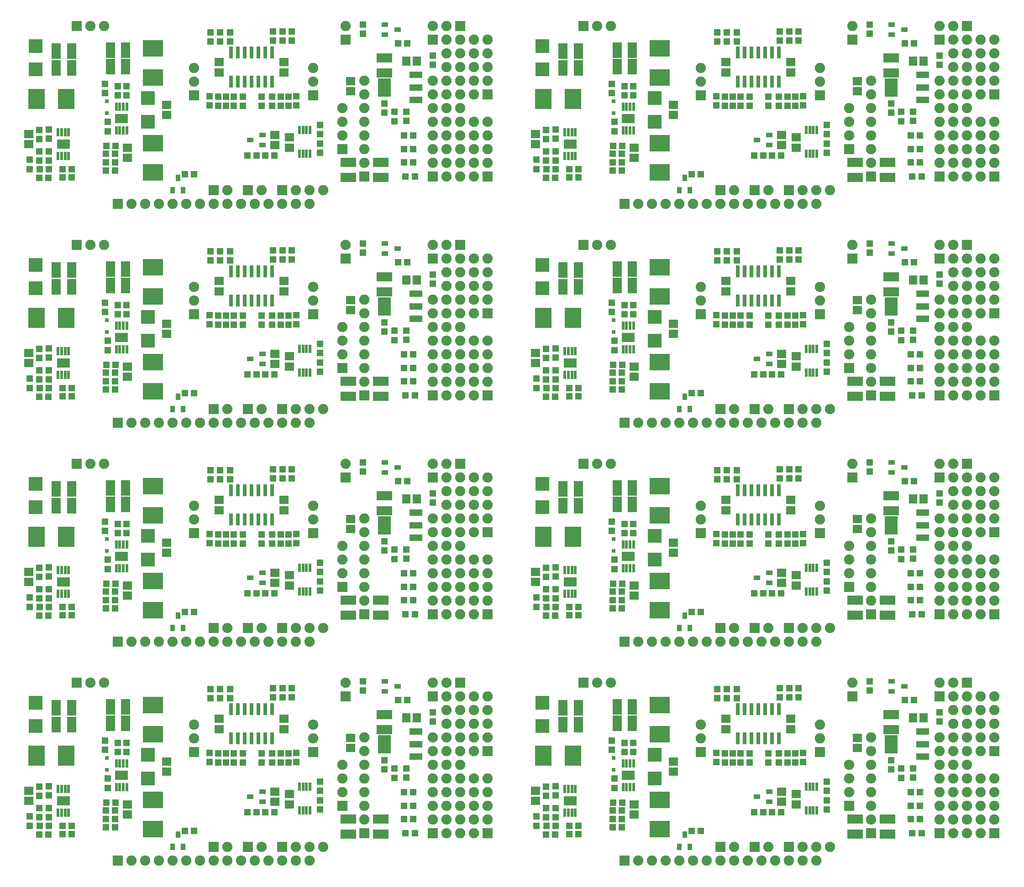
<source format=gbr>
G04 DipTrace 2.4.0.2*
%INTopMask.gbr*%
%MOIN*%
%ADD46R,0.0316X0.0867*%
%ADD48R,0.0926X0.136*%
%ADD50R,0.0926X0.0454*%
%ADD52R,0.0946X0.0671*%
%ADD54R,0.0237X0.0631*%
%ADD56R,0.0336X0.0493*%
%ADD58R,0.0493X0.0336*%
%ADD60R,0.1458X0.1241*%
%ADD62R,0.1241X0.1458*%
%ADD64C,0.0749*%
%ADD66R,0.0749X0.0749*%
%ADD68R,0.0316X0.0316*%
%ADD70R,0.1025X0.1025*%
%ADD72R,0.1143X0.071*%
%ADD74R,0.0592X0.0671*%
%ADD76R,0.0513X0.0474*%
%ADD78R,0.071X0.1143*%
%ADD80R,0.0474X0.0513*%
%ADD82R,0.0671X0.0592*%
%FSLAX44Y44*%
G04*
G70*
G90*
G75*
G01*
%LNTopMask*%
%LPD*%
D82*
X5441Y10066D3*
Y9318D3*
D80*
X6878Y10378D3*
Y9709D3*
D78*
X7441Y14879D3*
X8543D3*
X7441Y16128D3*
X8543D3*
D76*
X8566Y6878D3*
X7897D3*
D80*
X6191Y8110D3*
Y8779D3*
X6878Y8128D3*
Y8797D3*
D82*
X12628Y9065D3*
Y8317D3*
D80*
X11940Y12878D3*
Y13547D3*
D82*
X15504Y11441D3*
Y12189D3*
D78*
X11379Y15004D3*
X12481D3*
X11379Y16191D3*
X12481D3*
D76*
X11065Y7378D3*
X11734D3*
X11754Y9191D3*
X11085D3*
D74*
X33752Y15377D3*
X33003D3*
D72*
X31377Y14513D3*
Y15615D3*
D80*
X32127Y11672D3*
Y11002D3*
X19255Y12129D3*
Y12798D3*
D82*
X24443Y9065D3*
Y9814D3*
X23378Y9253D3*
Y10001D3*
D80*
X24380Y12129D3*
Y12798D3*
X19380Y16816D3*
Y17486D3*
X23943Y16897D3*
Y17566D3*
D82*
X19317Y14566D3*
Y15314D3*
X24067Y14566D3*
Y15314D3*
X28940Y13190D3*
Y13938D3*
D72*
X28753Y6878D3*
Y7980D3*
X31128Y6878D3*
Y7980D3*
D70*
X5941Y16504D3*
Y14772D3*
X14129Y10941D3*
Y12673D3*
D68*
X11127Y12440D3*
Y11574D3*
D66*
X36940Y17940D3*
D64*
X35940D3*
X36940Y16940D3*
X35940D3*
X36940Y15940D3*
X35940D3*
X36940Y14940D3*
X35940D3*
X36940Y13940D3*
X35940D3*
X36940Y12940D3*
X35940D3*
X36940Y11940D3*
X35940D3*
X36940Y10940D3*
X35940D3*
X36940Y9940D3*
X35940D3*
X36940Y8940D3*
X35940D3*
X36940Y7940D3*
X35940D3*
X36940Y6940D3*
X35940D3*
D66*
X21440Y5940D3*
D64*
X22440D3*
D66*
X38940Y6940D3*
D64*
X37940D3*
X38940Y7940D3*
X37940D3*
X38940Y8940D3*
X37940D3*
X38940Y9940D3*
X37940D3*
X38940Y10940D3*
X37940D3*
D66*
X38940Y12940D3*
D64*
X37940D3*
X38940Y13940D3*
X37940D3*
X38940Y14940D3*
X37940D3*
X38940Y15940D3*
X37940D3*
X38940Y16940D3*
X37940D3*
D66*
X8940Y17940D3*
D64*
X9940D3*
X10940D3*
D66*
X17504Y12878D3*
D64*
Y13878D3*
Y14878D3*
D66*
X26192Y12879D3*
D64*
Y13879D3*
Y14879D3*
D66*
X34940Y16940D3*
D64*
Y17940D3*
D66*
X28565Y16940D3*
D64*
Y17940D3*
D66*
X28318Y8941D3*
D64*
Y9941D3*
Y10941D3*
Y11941D3*
D66*
X34940Y6940D3*
D64*
Y7940D3*
Y8940D3*
Y9940D3*
Y10940D3*
Y11940D3*
Y12940D3*
Y13940D3*
D66*
X29940Y6940D3*
D64*
Y7940D3*
Y8940D3*
Y9940D3*
Y10940D3*
Y11940D3*
Y12940D3*
Y13940D3*
D66*
X18940Y5940D3*
D64*
X19940D3*
D66*
X23940D3*
D64*
X24940D3*
X25940D3*
X26940D3*
D66*
X11940Y4940D3*
D64*
X12940D3*
X13940D3*
X14940D3*
X15940D3*
X16940D3*
X17940D3*
X18940D3*
X19940D3*
X20940D3*
X21940D3*
X22940D3*
X23940D3*
X24940D3*
X25940D3*
D62*
X6003Y12628D3*
X8149D3*
D60*
X14504Y7253D3*
Y9399D3*
Y14191D3*
Y16336D3*
D58*
X31440Y18065D3*
Y17317D3*
X32346Y17691D3*
D56*
X15940Y5940D3*
X16688D3*
X16314Y6846D3*
D76*
X8566Y7503D3*
X7897D3*
X6191Y6860D3*
X6860D3*
X6878Y7485D3*
X6209D3*
D80*
X6191Y9690D3*
Y10360D3*
X12565Y13565D3*
Y12896D3*
X11190Y10940D3*
Y10271D3*
D76*
X11065Y8628D3*
X11734D3*
D80*
X31377Y11628D3*
Y12297D3*
X33002Y11021D3*
Y11690D3*
X29815Y18065D3*
Y17396D3*
D76*
X32378Y16690D3*
X33047D3*
D80*
X34940Y15127D3*
Y15797D3*
D76*
X22065Y8502D3*
X21396D3*
X22690D3*
X23359D3*
D80*
X26693Y10066D3*
Y10735D3*
Y8690D3*
Y9360D3*
X20380Y12129D3*
Y12798D3*
X19817Y12129D3*
Y12798D3*
X18630Y12816D3*
Y12147D3*
X23192Y12129D3*
Y12798D3*
X23817Y12129D3*
Y12798D3*
X24942Y12816D3*
Y12147D3*
X20130Y17504D3*
Y16835D3*
X18692Y16816D3*
Y17486D3*
X23255Y17548D3*
Y16879D3*
X24630D3*
Y17548D3*
D76*
X17503Y7128D3*
X16833D3*
X32940Y6940D3*
X33609D3*
D80*
X21065Y12127D3*
Y12797D3*
X22440Y12127D3*
Y12797D3*
X11003Y13065D3*
Y13734D3*
X5503Y7502D3*
Y8172D3*
D76*
X11065Y8003D3*
X11734D3*
X33503D3*
X32833D3*
X33503Y8940D3*
X32833D3*
X33503Y9940D3*
X32833D3*
D54*
X7566Y8440D3*
X7822D3*
X8078D3*
X8334D3*
Y10173D3*
X8078D3*
X7822D3*
X7566D3*
D52*
X7950Y9307D3*
D54*
X11816Y10316D3*
X12072D3*
X12328D3*
X12584D3*
Y12048D3*
X12328D3*
X12072D3*
X11816D3*
D52*
X12200Y11182D3*
D50*
X33690Y12565D3*
Y13471D3*
Y14376D3*
D48*
X31407Y13471D3*
D54*
X25193Y8628D3*
X25449D3*
X25705D3*
X25960D3*
Y10360D3*
X25705D3*
X25449D3*
X25193D3*
D58*
X22505Y9253D3*
Y10001D3*
X21599Y9627D3*
D46*
X20192Y13879D3*
X20692D3*
X21192D3*
X21692D3*
X22192D3*
X22692D3*
X23192D3*
Y16005D3*
X22692D3*
X22192D3*
X21692D3*
X21192D3*
X20692D3*
X20192D3*
D82*
X42441Y10066D3*
Y9318D3*
D80*
X43878Y10378D3*
Y9709D3*
D78*
X44441Y14879D3*
X45543D3*
X44441Y16128D3*
X45543D3*
D76*
X45566Y6878D3*
X44897D3*
D80*
X43191Y8110D3*
Y8779D3*
X43878Y8128D3*
Y8797D3*
D82*
X49628Y9065D3*
Y8317D3*
D80*
X48940Y12878D3*
Y13547D3*
D82*
X52504Y11441D3*
Y12189D3*
D78*
X48379Y15004D3*
X49481D3*
X48379Y16191D3*
X49481D3*
D76*
X48065Y7378D3*
X48734D3*
X48754Y9191D3*
X48085D3*
D74*
X70752Y15377D3*
X70003D3*
D72*
X68377Y14513D3*
Y15615D3*
D80*
X69127Y11672D3*
Y11002D3*
X56255Y12129D3*
Y12798D3*
D82*
X61443Y9065D3*
Y9814D3*
X60378Y9253D3*
Y10001D3*
D80*
X61380Y12129D3*
Y12798D3*
X56380Y16816D3*
Y17486D3*
X60943Y16897D3*
Y17566D3*
D82*
X56317Y14566D3*
Y15314D3*
X61067Y14566D3*
Y15314D3*
X65940Y13190D3*
Y13938D3*
D72*
X65753Y6878D3*
Y7980D3*
X68128Y6878D3*
Y7980D3*
D70*
X42941Y16504D3*
Y14772D3*
X51129Y10941D3*
Y12673D3*
D68*
X48127Y12440D3*
Y11574D3*
D66*
X73940Y17940D3*
D64*
X72940D3*
X73940Y16940D3*
X72940D3*
X73940Y15940D3*
X72940D3*
X73940Y14940D3*
X72940D3*
X73940Y13940D3*
X72940D3*
X73940Y12940D3*
X72940D3*
X73940Y11940D3*
X72940D3*
X73940Y10940D3*
X72940D3*
X73940Y9940D3*
X72940D3*
X73940Y8940D3*
X72940D3*
X73940Y7940D3*
X72940D3*
X73940Y6940D3*
X72940D3*
D66*
X58440Y5940D3*
D64*
X59440D3*
D66*
X75940Y6940D3*
D64*
X74940D3*
X75940Y7940D3*
X74940D3*
X75940Y8940D3*
X74940D3*
X75940Y9940D3*
X74940D3*
X75940Y10940D3*
X74940D3*
D66*
X75940Y12940D3*
D64*
X74940D3*
X75940Y13940D3*
X74940D3*
X75940Y14940D3*
X74940D3*
X75940Y15940D3*
X74940D3*
X75940Y16940D3*
X74940D3*
D66*
X45940Y17940D3*
D64*
X46940D3*
X47940D3*
D66*
X54504Y12878D3*
D64*
Y13878D3*
Y14878D3*
D66*
X63192Y12879D3*
D64*
Y13879D3*
Y14879D3*
D66*
X71940Y16940D3*
D64*
Y17940D3*
D66*
X65565Y16940D3*
D64*
Y17940D3*
D66*
X65318Y8941D3*
D64*
Y9941D3*
Y10941D3*
Y11941D3*
D66*
X71940Y6940D3*
D64*
Y7940D3*
Y8940D3*
Y9940D3*
Y10940D3*
Y11940D3*
Y12940D3*
Y13940D3*
D66*
X66940Y6940D3*
D64*
Y7940D3*
Y8940D3*
Y9940D3*
Y10940D3*
Y11940D3*
Y12940D3*
Y13940D3*
D66*
X55940Y5940D3*
D64*
X56940D3*
D66*
X60940D3*
D64*
X61940D3*
X62940D3*
X63940D3*
D66*
X48940Y4940D3*
D64*
X49940D3*
X50940D3*
X51940D3*
X52940D3*
X53940D3*
X54940D3*
X55940D3*
X56940D3*
X57940D3*
X58940D3*
X59940D3*
X60940D3*
X61940D3*
X62940D3*
D62*
X43003Y12628D3*
X45149D3*
D60*
X51504Y7253D3*
Y9399D3*
Y14191D3*
Y16336D3*
D58*
X68440Y18065D3*
Y17317D3*
X69346Y17691D3*
D56*
X52940Y5940D3*
X53688D3*
X53314Y6846D3*
D76*
X45566Y7503D3*
X44897D3*
X43191Y6860D3*
X43860D3*
X43878Y7485D3*
X43209D3*
D80*
X43191Y9690D3*
Y10360D3*
X49565Y13565D3*
Y12896D3*
X48190Y10940D3*
Y10271D3*
D76*
X48065Y8628D3*
X48734D3*
D80*
X68377Y11628D3*
Y12297D3*
X70002Y11021D3*
Y11690D3*
X66815Y18065D3*
Y17396D3*
D76*
X69378Y16690D3*
X70047D3*
D80*
X71940Y15127D3*
Y15797D3*
D76*
X59065Y8502D3*
X58396D3*
X59690D3*
X60359D3*
D80*
X63693Y10066D3*
Y10735D3*
Y8690D3*
Y9360D3*
X57380Y12129D3*
Y12798D3*
X56817Y12129D3*
Y12798D3*
X55630Y12816D3*
Y12147D3*
X60192Y12129D3*
Y12798D3*
X60817Y12129D3*
Y12798D3*
X61942Y12816D3*
Y12147D3*
X57130Y17504D3*
Y16835D3*
X55692Y16816D3*
Y17486D3*
X60255Y17548D3*
Y16879D3*
X61630D3*
Y17548D3*
D76*
X54503Y7128D3*
X53833D3*
X69940Y6940D3*
X70609D3*
D80*
X58065Y12127D3*
Y12797D3*
X59440Y12127D3*
Y12797D3*
X48003Y13065D3*
Y13734D3*
X42503Y7502D3*
Y8172D3*
D76*
X48065Y8003D3*
X48734D3*
X70503D3*
X69833D3*
X70503Y8940D3*
X69833D3*
X70503Y9940D3*
X69833D3*
D54*
X44566Y8440D3*
X44822D3*
X45078D3*
X45334D3*
Y10173D3*
X45078D3*
X44822D3*
X44566D3*
D52*
X44950Y9307D3*
D54*
X48816Y10316D3*
X49072D3*
X49328D3*
X49584D3*
Y12048D3*
X49328D3*
X49072D3*
X48816D3*
D52*
X49200Y11182D3*
D50*
X70690Y12565D3*
Y13471D3*
Y14376D3*
D48*
X68407Y13471D3*
D54*
X62193Y8628D3*
X62449D3*
X62705D3*
X62960D3*
Y10360D3*
X62705D3*
X62449D3*
X62193D3*
D58*
X59505Y9253D3*
Y10001D3*
X58599Y9627D3*
D46*
X57192Y13879D3*
X57692D3*
X58192D3*
X58692D3*
X59192D3*
X59692D3*
X60192D3*
Y16005D3*
X59692D3*
X59192D3*
X58692D3*
X58192D3*
X57692D3*
X57192D3*
D82*
X5441Y26066D3*
Y25318D3*
D80*
X6878Y26378D3*
Y25709D3*
D78*
X7441Y30879D3*
X8543D3*
X7441Y32128D3*
X8543D3*
D76*
X8566Y22878D3*
X7897D3*
D80*
X6191Y24110D3*
Y24779D3*
X6878Y24128D3*
Y24797D3*
D82*
X12628Y25065D3*
Y24317D3*
D80*
X11940Y28878D3*
Y29547D3*
D82*
X15504Y27441D3*
Y28189D3*
D78*
X11379Y31004D3*
X12481D3*
X11379Y32191D3*
X12481D3*
D76*
X11065Y23378D3*
X11734D3*
X11754Y25191D3*
X11085D3*
D74*
X33752Y31377D3*
X33003D3*
D72*
X31377Y30513D3*
Y31615D3*
D80*
X32127Y27672D3*
Y27002D3*
X19255Y28129D3*
Y28798D3*
D82*
X24443Y25065D3*
Y25814D3*
X23378Y25253D3*
Y26001D3*
D80*
X24380Y28129D3*
Y28798D3*
X19380Y32816D3*
Y33486D3*
X23943Y32897D3*
Y33566D3*
D82*
X19317Y30566D3*
Y31314D3*
X24067Y30566D3*
Y31314D3*
X28940Y29190D3*
Y29938D3*
D72*
X28753Y22878D3*
Y23980D3*
X31128Y22878D3*
Y23980D3*
D70*
X5941Y32504D3*
Y30772D3*
X14129Y26941D3*
Y28673D3*
D68*
X11127Y28440D3*
Y27574D3*
D66*
X36940Y33940D3*
D64*
X35940D3*
X36940Y32940D3*
X35940D3*
X36940Y31940D3*
X35940D3*
X36940Y30940D3*
X35940D3*
X36940Y29940D3*
X35940D3*
X36940Y28940D3*
X35940D3*
X36940Y27940D3*
X35940D3*
X36940Y26940D3*
X35940D3*
X36940Y25940D3*
X35940D3*
X36940Y24940D3*
X35940D3*
X36940Y23940D3*
X35940D3*
X36940Y22940D3*
X35940D3*
D66*
X21440Y21940D3*
D64*
X22440D3*
D66*
X38940Y22940D3*
D64*
X37940D3*
X38940Y23940D3*
X37940D3*
X38940Y24940D3*
X37940D3*
X38940Y25940D3*
X37940D3*
X38940Y26940D3*
X37940D3*
D66*
X38940Y28940D3*
D64*
X37940D3*
X38940Y29940D3*
X37940D3*
X38940Y30940D3*
X37940D3*
X38940Y31940D3*
X37940D3*
X38940Y32940D3*
X37940D3*
D66*
X8940Y33940D3*
D64*
X9940D3*
X10940D3*
D66*
X17504Y28878D3*
D64*
Y29878D3*
Y30878D3*
D66*
X26192Y28879D3*
D64*
Y29879D3*
Y30879D3*
D66*
X34940Y32940D3*
D64*
Y33940D3*
D66*
X28565Y32940D3*
D64*
Y33940D3*
D66*
X28318Y24941D3*
D64*
Y25941D3*
Y26941D3*
Y27941D3*
D66*
X34940Y22940D3*
D64*
Y23940D3*
Y24940D3*
Y25940D3*
Y26940D3*
Y27940D3*
Y28940D3*
Y29940D3*
D66*
X29940Y22940D3*
D64*
Y23940D3*
Y24940D3*
Y25940D3*
Y26940D3*
Y27940D3*
Y28940D3*
Y29940D3*
D66*
X18940Y21940D3*
D64*
X19940D3*
D66*
X23940D3*
D64*
X24940D3*
X25940D3*
X26940D3*
D66*
X11940Y20940D3*
D64*
X12940D3*
X13940D3*
X14940D3*
X15940D3*
X16940D3*
X17940D3*
X18940D3*
X19940D3*
X20940D3*
X21940D3*
X22940D3*
X23940D3*
X24940D3*
X25940D3*
D62*
X6003Y28628D3*
X8149D3*
D60*
X14504Y23253D3*
Y25399D3*
Y30191D3*
Y32336D3*
D58*
X31440Y34065D3*
Y33317D3*
X32346Y33691D3*
D56*
X15940Y21940D3*
X16688D3*
X16314Y22846D3*
D76*
X8566Y23503D3*
X7897D3*
X6191Y22860D3*
X6860D3*
X6878Y23485D3*
X6209D3*
D80*
X6191Y25690D3*
Y26360D3*
X12565Y29565D3*
Y28896D3*
X11190Y26940D3*
Y26271D3*
D76*
X11065Y24628D3*
X11734D3*
D80*
X31377Y27628D3*
Y28297D3*
X33002Y27021D3*
Y27690D3*
X29815Y34065D3*
Y33396D3*
D76*
X32378Y32690D3*
X33047D3*
D80*
X34940Y31127D3*
Y31797D3*
D76*
X22065Y24502D3*
X21396D3*
X22690D3*
X23359D3*
D80*
X26693Y26066D3*
Y26735D3*
Y24690D3*
Y25360D3*
X20380Y28129D3*
Y28798D3*
X19817Y28129D3*
Y28798D3*
X18630Y28816D3*
Y28147D3*
X23192Y28129D3*
Y28798D3*
X23817Y28129D3*
Y28798D3*
X24942Y28816D3*
Y28147D3*
X20130Y33504D3*
Y32835D3*
X18692Y32816D3*
Y33486D3*
X23255Y33548D3*
Y32879D3*
X24630D3*
Y33548D3*
D76*
X17503Y23128D3*
X16833D3*
X32940Y22940D3*
X33609D3*
D80*
X21065Y28127D3*
Y28797D3*
X22440Y28127D3*
Y28797D3*
X11003Y29065D3*
Y29734D3*
X5503Y23502D3*
Y24172D3*
D76*
X11065Y24003D3*
X11734D3*
X33503D3*
X32833D3*
X33503Y24940D3*
X32833D3*
X33503Y25940D3*
X32833D3*
D54*
X7566Y24440D3*
X7822D3*
X8078D3*
X8334D3*
Y26173D3*
X8078D3*
X7822D3*
X7566D3*
D52*
X7950Y25307D3*
D54*
X11816Y26316D3*
X12072D3*
X12328D3*
X12584D3*
Y28048D3*
X12328D3*
X12072D3*
X11816D3*
D52*
X12200Y27182D3*
D50*
X33690Y28565D3*
Y29471D3*
Y30376D3*
D48*
X31407Y29471D3*
D54*
X25193Y24628D3*
X25449D3*
X25705D3*
X25960D3*
Y26360D3*
X25705D3*
X25449D3*
X25193D3*
D58*
X22505Y25253D3*
Y26001D3*
X21599Y25627D3*
D46*
X20192Y29879D3*
X20692D3*
X21192D3*
X21692D3*
X22192D3*
X22692D3*
X23192D3*
Y32005D3*
X22692D3*
X22192D3*
X21692D3*
X21192D3*
X20692D3*
X20192D3*
D82*
X42441Y26066D3*
Y25318D3*
D80*
X43878Y26378D3*
Y25709D3*
D78*
X44441Y30879D3*
X45543D3*
X44441Y32128D3*
X45543D3*
D76*
X45566Y22878D3*
X44897D3*
D80*
X43191Y24110D3*
Y24779D3*
X43878Y24128D3*
Y24797D3*
D82*
X49628Y25065D3*
Y24317D3*
D80*
X48940Y28878D3*
Y29547D3*
D82*
X52504Y27441D3*
Y28189D3*
D78*
X48379Y31004D3*
X49481D3*
X48379Y32191D3*
X49481D3*
D76*
X48065Y23378D3*
X48734D3*
X48754Y25191D3*
X48085D3*
D74*
X70752Y31377D3*
X70003D3*
D72*
X68377Y30513D3*
Y31615D3*
D80*
X69127Y27672D3*
Y27002D3*
X56255Y28129D3*
Y28798D3*
D82*
X61443Y25065D3*
Y25814D3*
X60378Y25253D3*
Y26001D3*
D80*
X61380Y28129D3*
Y28798D3*
X56380Y32816D3*
Y33486D3*
X60943Y32897D3*
Y33566D3*
D82*
X56317Y30566D3*
Y31314D3*
X61067Y30566D3*
Y31314D3*
X65940Y29190D3*
Y29938D3*
D72*
X65753Y22878D3*
Y23980D3*
X68128Y22878D3*
Y23980D3*
D70*
X42941Y32504D3*
Y30772D3*
X51129Y26941D3*
Y28673D3*
D68*
X48127Y28440D3*
Y27574D3*
D66*
X73940Y33940D3*
D64*
X72940D3*
X73940Y32940D3*
X72940D3*
X73940Y31940D3*
X72940D3*
X73940Y30940D3*
X72940D3*
X73940Y29940D3*
X72940D3*
X73940Y28940D3*
X72940D3*
X73940Y27940D3*
X72940D3*
X73940Y26940D3*
X72940D3*
X73940Y25940D3*
X72940D3*
X73940Y24940D3*
X72940D3*
X73940Y23940D3*
X72940D3*
X73940Y22940D3*
X72940D3*
D66*
X58440Y21940D3*
D64*
X59440D3*
D66*
X75940Y22940D3*
D64*
X74940D3*
X75940Y23940D3*
X74940D3*
X75940Y24940D3*
X74940D3*
X75940Y25940D3*
X74940D3*
X75940Y26940D3*
X74940D3*
D66*
X75940Y28940D3*
D64*
X74940D3*
X75940Y29940D3*
X74940D3*
X75940Y30940D3*
X74940D3*
X75940Y31940D3*
X74940D3*
X75940Y32940D3*
X74940D3*
D66*
X45940Y33940D3*
D64*
X46940D3*
X47940D3*
D66*
X54504Y28878D3*
D64*
Y29878D3*
Y30878D3*
D66*
X63192Y28879D3*
D64*
Y29879D3*
Y30879D3*
D66*
X71940Y32940D3*
D64*
Y33940D3*
D66*
X65565Y32940D3*
D64*
Y33940D3*
D66*
X65318Y24941D3*
D64*
Y25941D3*
Y26941D3*
Y27941D3*
D66*
X71940Y22940D3*
D64*
Y23940D3*
Y24940D3*
Y25940D3*
Y26940D3*
Y27940D3*
Y28940D3*
Y29940D3*
D66*
X66940Y22940D3*
D64*
Y23940D3*
Y24940D3*
Y25940D3*
Y26940D3*
Y27940D3*
Y28940D3*
Y29940D3*
D66*
X55940Y21940D3*
D64*
X56940D3*
D66*
X60940D3*
D64*
X61940D3*
X62940D3*
X63940D3*
D66*
X48940Y20940D3*
D64*
X49940D3*
X50940D3*
X51940D3*
X52940D3*
X53940D3*
X54940D3*
X55940D3*
X56940D3*
X57940D3*
X58940D3*
X59940D3*
X60940D3*
X61940D3*
X62940D3*
D62*
X43003Y28628D3*
X45149D3*
D60*
X51504Y23253D3*
Y25399D3*
Y30191D3*
Y32336D3*
D58*
X68440Y34065D3*
Y33317D3*
X69346Y33691D3*
D56*
X52940Y21940D3*
X53688D3*
X53314Y22846D3*
D76*
X45566Y23503D3*
X44897D3*
X43191Y22860D3*
X43860D3*
X43878Y23485D3*
X43209D3*
D80*
X43191Y25690D3*
Y26360D3*
X49565Y29565D3*
Y28896D3*
X48190Y26940D3*
Y26271D3*
D76*
X48065Y24628D3*
X48734D3*
D80*
X68377Y27628D3*
Y28297D3*
X70002Y27021D3*
Y27690D3*
X66815Y34065D3*
Y33396D3*
D76*
X69378Y32690D3*
X70047D3*
D80*
X71940Y31127D3*
Y31797D3*
D76*
X59065Y24502D3*
X58396D3*
X59690D3*
X60359D3*
D80*
X63693Y26066D3*
Y26735D3*
Y24690D3*
Y25360D3*
X57380Y28129D3*
Y28798D3*
X56817Y28129D3*
Y28798D3*
X55630Y28816D3*
Y28147D3*
X60192Y28129D3*
Y28798D3*
X60817Y28129D3*
Y28798D3*
X61942Y28816D3*
Y28147D3*
X57130Y33504D3*
Y32835D3*
X55692Y32816D3*
Y33486D3*
X60255Y33548D3*
Y32879D3*
X61630D3*
Y33548D3*
D76*
X54503Y23128D3*
X53833D3*
X69940Y22940D3*
X70609D3*
D80*
X58065Y28127D3*
Y28797D3*
X59440Y28127D3*
Y28797D3*
X48003Y29065D3*
Y29734D3*
X42503Y23502D3*
Y24172D3*
D76*
X48065Y24003D3*
X48734D3*
X70503D3*
X69833D3*
X70503Y24940D3*
X69833D3*
X70503Y25940D3*
X69833D3*
D54*
X44566Y24440D3*
X44822D3*
X45078D3*
X45334D3*
Y26173D3*
X45078D3*
X44822D3*
X44566D3*
D52*
X44950Y25307D3*
D54*
X48816Y26316D3*
X49072D3*
X49328D3*
X49584D3*
Y28048D3*
X49328D3*
X49072D3*
X48816D3*
D52*
X49200Y27182D3*
D50*
X70690Y28565D3*
Y29471D3*
Y30376D3*
D48*
X68407Y29471D3*
D54*
X62193Y24628D3*
X62449D3*
X62705D3*
X62960D3*
Y26360D3*
X62705D3*
X62449D3*
X62193D3*
D58*
X59505Y25253D3*
Y26001D3*
X58599Y25627D3*
D46*
X57192Y29879D3*
X57692D3*
X58192D3*
X58692D3*
X59192D3*
X59692D3*
X60192D3*
Y32005D3*
X59692D3*
X59192D3*
X58692D3*
X58192D3*
X57692D3*
X57192D3*
D82*
X5441Y42066D3*
Y41318D3*
D80*
X6878Y42378D3*
Y41709D3*
D78*
X7441Y46879D3*
X8543D3*
X7441Y48128D3*
X8543D3*
D76*
X8566Y38878D3*
X7897D3*
D80*
X6191Y40110D3*
Y40779D3*
X6878Y40128D3*
Y40797D3*
D82*
X12628Y41065D3*
Y40317D3*
D80*
X11940Y44878D3*
Y45547D3*
D82*
X15504Y43441D3*
Y44189D3*
D78*
X11379Y47004D3*
X12481D3*
X11379Y48191D3*
X12481D3*
D76*
X11065Y39378D3*
X11734D3*
X11754Y41191D3*
X11085D3*
D74*
X33752Y47377D3*
X33003D3*
D72*
X31377Y46513D3*
Y47615D3*
D80*
X32127Y43672D3*
Y43002D3*
X19255Y44129D3*
Y44798D3*
D82*
X24443Y41065D3*
Y41814D3*
X23378Y41253D3*
Y42001D3*
D80*
X24380Y44129D3*
Y44798D3*
X19380Y48816D3*
Y49486D3*
X23943Y48897D3*
Y49566D3*
D82*
X19317Y46566D3*
Y47314D3*
X24067Y46566D3*
Y47314D3*
X28940Y45190D3*
Y45938D3*
D72*
X28753Y38878D3*
Y39980D3*
X31128Y38878D3*
Y39980D3*
D70*
X5941Y48504D3*
Y46772D3*
X14129Y42941D3*
Y44673D3*
D68*
X11127Y44440D3*
Y43574D3*
D66*
X36940Y49940D3*
D64*
X35940D3*
X36940Y48940D3*
X35940D3*
X36940Y47940D3*
X35940D3*
X36940Y46940D3*
X35940D3*
X36940Y45940D3*
X35940D3*
X36940Y44940D3*
X35940D3*
X36940Y43940D3*
X35940D3*
X36940Y42940D3*
X35940D3*
X36940Y41940D3*
X35940D3*
X36940Y40940D3*
X35940D3*
X36940Y39940D3*
X35940D3*
X36940Y38940D3*
X35940D3*
D66*
X21440Y37940D3*
D64*
X22440D3*
D66*
X38940Y38940D3*
D64*
X37940D3*
X38940Y39940D3*
X37940D3*
X38940Y40940D3*
X37940D3*
X38940Y41940D3*
X37940D3*
X38940Y42940D3*
X37940D3*
D66*
X38940Y44940D3*
D64*
X37940D3*
X38940Y45940D3*
X37940D3*
X38940Y46940D3*
X37940D3*
X38940Y47940D3*
X37940D3*
X38940Y48940D3*
X37940D3*
D66*
X8940Y49940D3*
D64*
X9940D3*
X10940D3*
D66*
X17504Y44878D3*
D64*
Y45878D3*
Y46878D3*
D66*
X26192Y44879D3*
D64*
Y45879D3*
Y46879D3*
D66*
X34940Y48940D3*
D64*
Y49940D3*
D66*
X28565Y48940D3*
D64*
Y49940D3*
D66*
X28318Y40941D3*
D64*
Y41941D3*
Y42941D3*
Y43941D3*
D66*
X34940Y38940D3*
D64*
Y39940D3*
Y40940D3*
Y41940D3*
Y42940D3*
Y43940D3*
Y44940D3*
Y45940D3*
D66*
X29940Y38940D3*
D64*
Y39940D3*
Y40940D3*
Y41940D3*
Y42940D3*
Y43940D3*
Y44940D3*
Y45940D3*
D66*
X18940Y37940D3*
D64*
X19940D3*
D66*
X23940D3*
D64*
X24940D3*
X25940D3*
X26940D3*
D66*
X11940Y36940D3*
D64*
X12940D3*
X13940D3*
X14940D3*
X15940D3*
X16940D3*
X17940D3*
X18940D3*
X19940D3*
X20940D3*
X21940D3*
X22940D3*
X23940D3*
X24940D3*
X25940D3*
D62*
X6003Y44628D3*
X8149D3*
D60*
X14504Y39253D3*
Y41399D3*
Y46191D3*
Y48336D3*
D58*
X31440Y50065D3*
Y49317D3*
X32346Y49691D3*
D56*
X15940Y37940D3*
X16688D3*
X16314Y38846D3*
D76*
X8566Y39503D3*
X7897D3*
X6191Y38860D3*
X6860D3*
X6878Y39485D3*
X6209D3*
D80*
X6191Y41690D3*
Y42360D3*
X12565Y45565D3*
Y44896D3*
X11190Y42940D3*
Y42271D3*
D76*
X11065Y40628D3*
X11734D3*
D80*
X31377Y43628D3*
Y44297D3*
X33002Y43021D3*
Y43690D3*
X29815Y50065D3*
Y49396D3*
D76*
X32378Y48690D3*
X33047D3*
D80*
X34940Y47127D3*
Y47797D3*
D76*
X22065Y40502D3*
X21396D3*
X22690D3*
X23359D3*
D80*
X26693Y42066D3*
Y42735D3*
Y40690D3*
Y41360D3*
X20380Y44129D3*
Y44798D3*
X19817Y44129D3*
Y44798D3*
X18630Y44816D3*
Y44147D3*
X23192Y44129D3*
Y44798D3*
X23817Y44129D3*
Y44798D3*
X24942Y44816D3*
Y44147D3*
X20130Y49504D3*
Y48835D3*
X18692Y48816D3*
Y49486D3*
X23255Y49548D3*
Y48879D3*
X24630D3*
Y49548D3*
D76*
X17503Y39128D3*
X16833D3*
X32940Y38940D3*
X33609D3*
D80*
X21065Y44127D3*
Y44797D3*
X22440Y44127D3*
Y44797D3*
X11003Y45065D3*
Y45734D3*
X5503Y39502D3*
Y40172D3*
D76*
X11065Y40003D3*
X11734D3*
X33503D3*
X32833D3*
X33503Y40940D3*
X32833D3*
X33503Y41940D3*
X32833D3*
D54*
X7566Y40440D3*
X7822D3*
X8078D3*
X8334D3*
Y42173D3*
X8078D3*
X7822D3*
X7566D3*
D52*
X7950Y41307D3*
D54*
X11816Y42316D3*
X12072D3*
X12328D3*
X12584D3*
Y44048D3*
X12328D3*
X12072D3*
X11816D3*
D52*
X12200Y43182D3*
D50*
X33690Y44565D3*
Y45471D3*
Y46376D3*
D48*
X31407Y45471D3*
D54*
X25193Y40628D3*
X25449D3*
X25705D3*
X25960D3*
Y42360D3*
X25705D3*
X25449D3*
X25193D3*
D58*
X22505Y41253D3*
Y42001D3*
X21599Y41627D3*
D46*
X20192Y45879D3*
X20692D3*
X21192D3*
X21692D3*
X22192D3*
X22692D3*
X23192D3*
Y48005D3*
X22692D3*
X22192D3*
X21692D3*
X21192D3*
X20692D3*
X20192D3*
D82*
X42441Y42066D3*
Y41318D3*
D80*
X43878Y42378D3*
Y41709D3*
D78*
X44441Y46879D3*
X45543D3*
X44441Y48128D3*
X45543D3*
D76*
X45566Y38878D3*
X44897D3*
D80*
X43191Y40110D3*
Y40779D3*
X43878Y40128D3*
Y40797D3*
D82*
X49628Y41065D3*
Y40317D3*
D80*
X48940Y44878D3*
Y45547D3*
D82*
X52504Y43441D3*
Y44189D3*
D78*
X48379Y47004D3*
X49481D3*
X48379Y48191D3*
X49481D3*
D76*
X48065Y39378D3*
X48734D3*
X48754Y41191D3*
X48085D3*
D74*
X70752Y47377D3*
X70003D3*
D72*
X68377Y46513D3*
Y47615D3*
D80*
X69127Y43672D3*
Y43002D3*
X56255Y44129D3*
Y44798D3*
D82*
X61443Y41065D3*
Y41814D3*
X60378Y41253D3*
Y42001D3*
D80*
X61380Y44129D3*
Y44798D3*
X56380Y48816D3*
Y49486D3*
X60943Y48897D3*
Y49566D3*
D82*
X56317Y46566D3*
Y47314D3*
X61067Y46566D3*
Y47314D3*
X65940Y45190D3*
Y45938D3*
D72*
X65753Y38878D3*
Y39980D3*
X68128Y38878D3*
Y39980D3*
D70*
X42941Y48504D3*
Y46772D3*
X51129Y42941D3*
Y44673D3*
D68*
X48127Y44440D3*
Y43574D3*
D66*
X73940Y49940D3*
D64*
X72940D3*
X73940Y48940D3*
X72940D3*
X73940Y47940D3*
X72940D3*
X73940Y46940D3*
X72940D3*
X73940Y45940D3*
X72940D3*
X73940Y44940D3*
X72940D3*
X73940Y43940D3*
X72940D3*
X73940Y42940D3*
X72940D3*
X73940Y41940D3*
X72940D3*
X73940Y40940D3*
X72940D3*
X73940Y39940D3*
X72940D3*
X73940Y38940D3*
X72940D3*
D66*
X58440Y37940D3*
D64*
X59440D3*
D66*
X75940Y38940D3*
D64*
X74940D3*
X75940Y39940D3*
X74940D3*
X75940Y40940D3*
X74940D3*
X75940Y41940D3*
X74940D3*
X75940Y42940D3*
X74940D3*
D66*
X75940Y44940D3*
D64*
X74940D3*
X75940Y45940D3*
X74940D3*
X75940Y46940D3*
X74940D3*
X75940Y47940D3*
X74940D3*
X75940Y48940D3*
X74940D3*
D66*
X45940Y49940D3*
D64*
X46940D3*
X47940D3*
D66*
X54504Y44878D3*
D64*
Y45878D3*
Y46878D3*
D66*
X63192Y44879D3*
D64*
Y45879D3*
Y46879D3*
D66*
X71940Y48940D3*
D64*
Y49940D3*
D66*
X65565Y48940D3*
D64*
Y49940D3*
D66*
X65318Y40941D3*
D64*
Y41941D3*
Y42941D3*
Y43941D3*
D66*
X71940Y38940D3*
D64*
Y39940D3*
Y40940D3*
Y41940D3*
Y42940D3*
Y43940D3*
Y44940D3*
Y45940D3*
D66*
X66940Y38940D3*
D64*
Y39940D3*
Y40940D3*
Y41940D3*
Y42940D3*
Y43940D3*
Y44940D3*
Y45940D3*
D66*
X55940Y37940D3*
D64*
X56940D3*
D66*
X60940D3*
D64*
X61940D3*
X62940D3*
X63940D3*
D66*
X48940Y36940D3*
D64*
X49940D3*
X50940D3*
X51940D3*
X52940D3*
X53940D3*
X54940D3*
X55940D3*
X56940D3*
X57940D3*
X58940D3*
X59940D3*
X60940D3*
X61940D3*
X62940D3*
D62*
X43003Y44628D3*
X45149D3*
D60*
X51504Y39253D3*
Y41399D3*
Y46191D3*
Y48336D3*
D58*
X68440Y50065D3*
Y49317D3*
X69346Y49691D3*
D56*
X52940Y37940D3*
X53688D3*
X53314Y38846D3*
D76*
X45566Y39503D3*
X44897D3*
X43191Y38860D3*
X43860D3*
X43878Y39485D3*
X43209D3*
D80*
X43191Y41690D3*
Y42360D3*
X49565Y45565D3*
Y44896D3*
X48190Y42940D3*
Y42271D3*
D76*
X48065Y40628D3*
X48734D3*
D80*
X68377Y43628D3*
Y44297D3*
X70002Y43021D3*
Y43690D3*
X66815Y50065D3*
Y49396D3*
D76*
X69378Y48690D3*
X70047D3*
D80*
X71940Y47127D3*
Y47797D3*
D76*
X59065Y40502D3*
X58396D3*
X59690D3*
X60359D3*
D80*
X63693Y42066D3*
Y42735D3*
Y40690D3*
Y41360D3*
X57380Y44129D3*
Y44798D3*
X56817Y44129D3*
Y44798D3*
X55630Y44816D3*
Y44147D3*
X60192Y44129D3*
Y44798D3*
X60817Y44129D3*
Y44798D3*
X61942Y44816D3*
Y44147D3*
X57130Y49504D3*
Y48835D3*
X55692Y48816D3*
Y49486D3*
X60255Y49548D3*
Y48879D3*
X61630D3*
Y49548D3*
D76*
X54503Y39128D3*
X53833D3*
X69940Y38940D3*
X70609D3*
D80*
X58065Y44127D3*
Y44797D3*
X59440Y44127D3*
Y44797D3*
X48003Y45065D3*
Y45734D3*
X42503Y39502D3*
Y40172D3*
D76*
X48065Y40003D3*
X48734D3*
X70503D3*
X69833D3*
X70503Y40940D3*
X69833D3*
X70503Y41940D3*
X69833D3*
D54*
X44566Y40440D3*
X44822D3*
X45078D3*
X45334D3*
Y42173D3*
X45078D3*
X44822D3*
X44566D3*
D52*
X44950Y41307D3*
D54*
X48816Y42316D3*
X49072D3*
X49328D3*
X49584D3*
Y44048D3*
X49328D3*
X49072D3*
X48816D3*
D52*
X49200Y43182D3*
D50*
X70690Y44565D3*
Y45471D3*
Y46376D3*
D48*
X68407Y45471D3*
D54*
X62193Y40628D3*
X62449D3*
X62705D3*
X62960D3*
Y42360D3*
X62705D3*
X62449D3*
X62193D3*
D58*
X59505Y41253D3*
Y42001D3*
X58599Y41627D3*
D46*
X57192Y45879D3*
X57692D3*
X58192D3*
X58692D3*
X59192D3*
X59692D3*
X60192D3*
Y48005D3*
X59692D3*
X59192D3*
X58692D3*
X58192D3*
X57692D3*
X57192D3*
D82*
X5441Y58066D3*
Y57318D3*
D80*
X6878Y58378D3*
Y57709D3*
D78*
X7441Y62879D3*
X8543D3*
X7441Y64128D3*
X8543D3*
D76*
X8566Y54878D3*
X7897D3*
D80*
X6191Y56110D3*
Y56779D3*
X6878Y56128D3*
Y56797D3*
D82*
X12628Y57065D3*
Y56317D3*
D80*
X11940Y60878D3*
Y61547D3*
D82*
X15504Y59441D3*
Y60189D3*
D78*
X11379Y63004D3*
X12481D3*
X11379Y64191D3*
X12481D3*
D76*
X11065Y55378D3*
X11734D3*
X11754Y57191D3*
X11085D3*
D74*
X33752Y63377D3*
X33003D3*
D72*
X31377Y62513D3*
Y63615D3*
D80*
X32127Y59672D3*
Y59002D3*
X19255Y60129D3*
Y60798D3*
D82*
X24443Y57065D3*
Y57814D3*
X23378Y57253D3*
Y58001D3*
D80*
X24380Y60129D3*
Y60798D3*
X19380Y64816D3*
Y65486D3*
X23943Y64897D3*
Y65566D3*
D82*
X19317Y62566D3*
Y63314D3*
X24067Y62566D3*
Y63314D3*
X28940Y61190D3*
Y61938D3*
D72*
X28753Y54878D3*
Y55980D3*
X31128Y54878D3*
Y55980D3*
D70*
X5941Y64504D3*
Y62772D3*
X14129Y58941D3*
Y60673D3*
D68*
X11127Y60440D3*
Y59574D3*
D66*
X36940Y65940D3*
D64*
X35940D3*
X36940Y64940D3*
X35940D3*
X36940Y63940D3*
X35940D3*
X36940Y62940D3*
X35940D3*
X36940Y61940D3*
X35940D3*
X36940Y60940D3*
X35940D3*
X36940Y59940D3*
X35940D3*
X36940Y58940D3*
X35940D3*
X36940Y57940D3*
X35940D3*
X36940Y56940D3*
X35940D3*
X36940Y55940D3*
X35940D3*
X36940Y54940D3*
X35940D3*
D66*
X21440Y53940D3*
D64*
X22440D3*
D66*
X38940Y54940D3*
D64*
X37940D3*
X38940Y55940D3*
X37940D3*
X38940Y56940D3*
X37940D3*
X38940Y57940D3*
X37940D3*
X38940Y58940D3*
X37940D3*
D66*
X38940Y60940D3*
D64*
X37940D3*
X38940Y61940D3*
X37940D3*
X38940Y62940D3*
X37940D3*
X38940Y63940D3*
X37940D3*
X38940Y64940D3*
X37940D3*
D66*
X8940Y65940D3*
D64*
X9940D3*
X10940D3*
D66*
X17504Y60878D3*
D64*
Y61878D3*
Y62878D3*
D66*
X26192Y60879D3*
D64*
Y61879D3*
Y62879D3*
D66*
X34940Y64940D3*
D64*
Y65940D3*
D66*
X28565Y64940D3*
D64*
Y65940D3*
D66*
X28318Y56941D3*
D64*
Y57941D3*
Y58941D3*
Y59941D3*
D66*
X34940Y54940D3*
D64*
Y55940D3*
Y56940D3*
Y57940D3*
Y58940D3*
Y59940D3*
Y60940D3*
Y61940D3*
D66*
X29940Y54940D3*
D64*
Y55940D3*
Y56940D3*
Y57940D3*
Y58940D3*
Y59940D3*
Y60940D3*
Y61940D3*
D66*
X18940Y53940D3*
D64*
X19940D3*
D66*
X23940D3*
D64*
X24940D3*
X25940D3*
X26940D3*
D66*
X11940Y52940D3*
D64*
X12940D3*
X13940D3*
X14940D3*
X15940D3*
X16940D3*
X17940D3*
X18940D3*
X19940D3*
X20940D3*
X21940D3*
X22940D3*
X23940D3*
X24940D3*
X25940D3*
D62*
X6003Y60628D3*
X8149D3*
D60*
X14504Y55253D3*
Y57399D3*
Y62191D3*
Y64336D3*
D58*
X31440Y66065D3*
Y65317D3*
X32346Y65691D3*
D56*
X15940Y53940D3*
X16688D3*
X16314Y54846D3*
D76*
X8566Y55503D3*
X7897D3*
X6191Y54860D3*
X6860D3*
X6878Y55485D3*
X6209D3*
D80*
X6191Y57690D3*
Y58360D3*
X12565Y61565D3*
Y60896D3*
X11190Y58940D3*
Y58271D3*
D76*
X11065Y56628D3*
X11734D3*
D80*
X31377Y59628D3*
Y60297D3*
X33002Y59021D3*
Y59690D3*
X29815Y66065D3*
Y65396D3*
D76*
X32378Y64690D3*
X33047D3*
D80*
X34940Y63127D3*
Y63797D3*
D76*
X22065Y56502D3*
X21396D3*
X22690D3*
X23359D3*
D80*
X26693Y58066D3*
Y58735D3*
Y56690D3*
Y57360D3*
X20380Y60129D3*
Y60798D3*
X19817Y60129D3*
Y60798D3*
X18630Y60816D3*
Y60147D3*
X23192Y60129D3*
Y60798D3*
X23817Y60129D3*
Y60798D3*
X24942Y60816D3*
Y60147D3*
X20130Y65504D3*
Y64835D3*
X18692Y64816D3*
Y65486D3*
X23255Y65548D3*
Y64879D3*
X24630D3*
Y65548D3*
D76*
X17503Y55128D3*
X16833D3*
X32940Y54940D3*
X33609D3*
D80*
X21065Y60127D3*
Y60797D3*
X22440Y60127D3*
Y60797D3*
X11003Y61065D3*
Y61734D3*
X5503Y55502D3*
Y56172D3*
D76*
X11065Y56003D3*
X11734D3*
X33503D3*
X32833D3*
X33503Y56940D3*
X32833D3*
X33503Y57940D3*
X32833D3*
D54*
X7566Y56440D3*
X7822D3*
X8078D3*
X8334D3*
Y58173D3*
X8078D3*
X7822D3*
X7566D3*
D52*
X7950Y57307D3*
D54*
X11816Y58316D3*
X12072D3*
X12328D3*
X12584D3*
Y60048D3*
X12328D3*
X12072D3*
X11816D3*
D52*
X12200Y59182D3*
D50*
X33690Y60565D3*
Y61471D3*
Y62376D3*
D48*
X31407Y61471D3*
D54*
X25193Y56628D3*
X25449D3*
X25705D3*
X25960D3*
Y58360D3*
X25705D3*
X25449D3*
X25193D3*
D58*
X22505Y57253D3*
Y58001D3*
X21599Y57627D3*
D46*
X20192Y61879D3*
X20692D3*
X21192D3*
X21692D3*
X22192D3*
X22692D3*
X23192D3*
Y64005D3*
X22692D3*
X22192D3*
X21692D3*
X21192D3*
X20692D3*
X20192D3*
D82*
X42441Y58066D3*
Y57318D3*
D80*
X43878Y58378D3*
Y57709D3*
D78*
X44441Y62879D3*
X45543D3*
X44441Y64128D3*
X45543D3*
D76*
X45566Y54878D3*
X44897D3*
D80*
X43191Y56110D3*
Y56779D3*
X43878Y56128D3*
Y56797D3*
D82*
X49628Y57065D3*
Y56317D3*
D80*
X48940Y60878D3*
Y61547D3*
D82*
X52504Y59441D3*
Y60189D3*
D78*
X48379Y63004D3*
X49481D3*
X48379Y64191D3*
X49481D3*
D76*
X48065Y55378D3*
X48734D3*
X48754Y57191D3*
X48085D3*
D74*
X70752Y63377D3*
X70003D3*
D72*
X68377Y62513D3*
Y63615D3*
D80*
X69127Y59672D3*
Y59002D3*
X56255Y60129D3*
Y60798D3*
D82*
X61443Y57065D3*
Y57814D3*
X60378Y57253D3*
Y58001D3*
D80*
X61380Y60129D3*
Y60798D3*
X56380Y64816D3*
Y65486D3*
X60943Y64897D3*
Y65566D3*
D82*
X56317Y62566D3*
Y63314D3*
X61067Y62566D3*
Y63314D3*
X65940Y61190D3*
Y61938D3*
D72*
X65753Y54878D3*
Y55980D3*
X68128Y54878D3*
Y55980D3*
D70*
X42941Y64504D3*
Y62772D3*
X51129Y58941D3*
Y60673D3*
D68*
X48127Y60440D3*
Y59574D3*
D66*
X73940Y65940D3*
D64*
X72940D3*
X73940Y64940D3*
X72940D3*
X73940Y63940D3*
X72940D3*
X73940Y62940D3*
X72940D3*
X73940Y61940D3*
X72940D3*
X73940Y60940D3*
X72940D3*
X73940Y59940D3*
X72940D3*
X73940Y58940D3*
X72940D3*
X73940Y57940D3*
X72940D3*
X73940Y56940D3*
X72940D3*
X73940Y55940D3*
X72940D3*
X73940Y54940D3*
X72940D3*
D66*
X58440Y53940D3*
D64*
X59440D3*
D66*
X75940Y54940D3*
D64*
X74940D3*
X75940Y55940D3*
X74940D3*
X75940Y56940D3*
X74940D3*
X75940Y57940D3*
X74940D3*
X75940Y58940D3*
X74940D3*
D66*
X75940Y60940D3*
D64*
X74940D3*
X75940Y61940D3*
X74940D3*
X75940Y62940D3*
X74940D3*
X75940Y63940D3*
X74940D3*
X75940Y64940D3*
X74940D3*
D66*
X45940Y65940D3*
D64*
X46940D3*
X47940D3*
D66*
X54504Y60878D3*
D64*
Y61878D3*
Y62878D3*
D66*
X63192Y60879D3*
D64*
Y61879D3*
Y62879D3*
D66*
X71940Y64940D3*
D64*
Y65940D3*
D66*
X65565Y64940D3*
D64*
Y65940D3*
D66*
X65318Y56941D3*
D64*
Y57941D3*
Y58941D3*
Y59941D3*
D66*
X71940Y54940D3*
D64*
Y55940D3*
Y56940D3*
Y57940D3*
Y58940D3*
Y59940D3*
Y60940D3*
Y61940D3*
D66*
X66940Y54940D3*
D64*
Y55940D3*
Y56940D3*
Y57940D3*
Y58940D3*
Y59940D3*
Y60940D3*
Y61940D3*
D66*
X55940Y53940D3*
D64*
X56940D3*
D66*
X60940D3*
D64*
X61940D3*
X62940D3*
X63940D3*
D66*
X48940Y52940D3*
D64*
X49940D3*
X50940D3*
X51940D3*
X52940D3*
X53940D3*
X54940D3*
X55940D3*
X56940D3*
X57940D3*
X58940D3*
X59940D3*
X60940D3*
X61940D3*
X62940D3*
D62*
X43003Y60628D3*
X45149D3*
D60*
X51504Y55253D3*
Y57399D3*
Y62191D3*
Y64336D3*
D58*
X68440Y66065D3*
Y65317D3*
X69346Y65691D3*
D56*
X52940Y53940D3*
X53688D3*
X53314Y54846D3*
D76*
X45566Y55503D3*
X44897D3*
X43191Y54860D3*
X43860D3*
X43878Y55485D3*
X43209D3*
D80*
X43191Y57690D3*
Y58360D3*
X49565Y61565D3*
Y60896D3*
X48190Y58940D3*
Y58271D3*
D76*
X48065Y56628D3*
X48734D3*
D80*
X68377Y59628D3*
Y60297D3*
X70002Y59021D3*
Y59690D3*
X66815Y66065D3*
Y65396D3*
D76*
X69378Y64690D3*
X70047D3*
D80*
X71940Y63127D3*
Y63797D3*
D76*
X59065Y56502D3*
X58396D3*
X59690D3*
X60359D3*
D80*
X63693Y58066D3*
Y58735D3*
Y56690D3*
Y57360D3*
X57380Y60129D3*
Y60798D3*
X56817Y60129D3*
Y60798D3*
X55630Y60816D3*
Y60147D3*
X60192Y60129D3*
Y60798D3*
X60817Y60129D3*
Y60798D3*
X61942Y60816D3*
Y60147D3*
X57130Y65504D3*
Y64835D3*
X55692Y64816D3*
Y65486D3*
X60255Y65548D3*
Y64879D3*
X61630D3*
Y65548D3*
D76*
X54503Y55128D3*
X53833D3*
X69940Y54940D3*
X70609D3*
D80*
X58065Y60127D3*
Y60797D3*
X59440Y60127D3*
Y60797D3*
X48003Y61065D3*
Y61734D3*
X42503Y55502D3*
Y56172D3*
D76*
X48065Y56003D3*
X48734D3*
X70503D3*
X69833D3*
X70503Y56940D3*
X69833D3*
X70503Y57940D3*
X69833D3*
D54*
X44566Y56440D3*
X44822D3*
X45078D3*
X45334D3*
Y58173D3*
X45078D3*
X44822D3*
X44566D3*
D52*
X44950Y57307D3*
D54*
X48816Y58316D3*
X49072D3*
X49328D3*
X49584D3*
Y60048D3*
X49328D3*
X49072D3*
X48816D3*
D52*
X49200Y59182D3*
D50*
X70690Y60565D3*
Y61471D3*
Y62376D3*
D48*
X68407Y61471D3*
D54*
X62193Y56628D3*
X62449D3*
X62705D3*
X62960D3*
Y58360D3*
X62705D3*
X62449D3*
X62193D3*
D58*
X59505Y57253D3*
Y58001D3*
X58599Y57627D3*
D46*
X57192Y61879D3*
X57692D3*
X58192D3*
X58692D3*
X59192D3*
X59692D3*
X60192D3*
Y64005D3*
X59692D3*
X59192D3*
X58692D3*
X58192D3*
X57692D3*
X57192D3*
M02*

</source>
